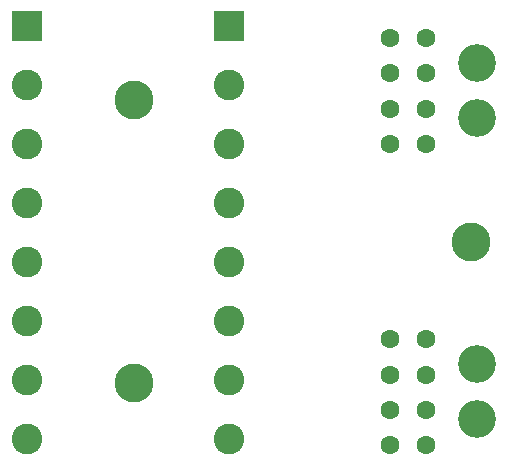
<source format=gts>
%TF.GenerationSoftware,KiCad,Pcbnew,5.1.5+dfsg1-2build2*%
%TF.CreationDate,2021-01-07T13:00:26+01:00*%
%TF.ProjectId,TopConnectionBoard-ConnectorBoard,546f7043-6f6e-46e6-9563-74696f6e426f,rev?*%
%TF.SameCoordinates,Original*%
%TF.FileFunction,Soldermask,Top*%
%TF.FilePolarity,Negative*%
%FSLAX46Y46*%
G04 Gerber Fmt 4.6, Leading zero omitted, Abs format (unit mm)*
G04 Created by KiCad (PCBNEW 5.1.5+dfsg1-2build2) date 2021-01-07 13:00:26*
%MOMM*%
%LPD*%
G04 APERTURE LIST*
%ADD10C,3.300000*%
%ADD11C,3.200000*%
%ADD12C,1.600000*%
%ADD13C,2.600000*%
%ADD14R,2.600000X2.600000*%
G04 APERTURE END LIST*
D10*
X131500000Y-98000000D03*
X131500000Y-122000000D03*
X160000000Y-110000000D03*
D11*
X160479200Y-94850000D03*
D12*
X153159200Y-92750000D03*
X156159200Y-92750000D03*
X156159200Y-95750000D03*
X153159200Y-95750000D03*
X153159200Y-98750000D03*
X156159200Y-98750000D03*
X153159200Y-101750000D03*
X156159200Y-101750000D03*
D11*
X160479200Y-99550000D03*
X160479200Y-125050000D03*
D12*
X156159200Y-127250000D03*
X153159200Y-127250000D03*
X156159200Y-124250000D03*
X153159200Y-124250000D03*
X153159200Y-121250000D03*
X156159200Y-121250000D03*
X156159200Y-118250000D03*
X153159200Y-118250000D03*
D11*
X160479200Y-120350000D03*
D13*
X122440700Y-126744800D03*
X122440700Y-121744800D03*
X122440700Y-116744800D03*
X122440700Y-111744800D03*
X122440700Y-106744800D03*
X122440700Y-101744800D03*
X122440700Y-96744800D03*
D14*
X122440700Y-91744800D03*
X139547600Y-91732100D03*
D13*
X139547600Y-96732100D03*
X139547600Y-101732100D03*
X139547600Y-106732100D03*
X139547600Y-111732100D03*
X139547600Y-116732100D03*
X139547600Y-121732100D03*
X139547600Y-126732100D03*
M02*

</source>
